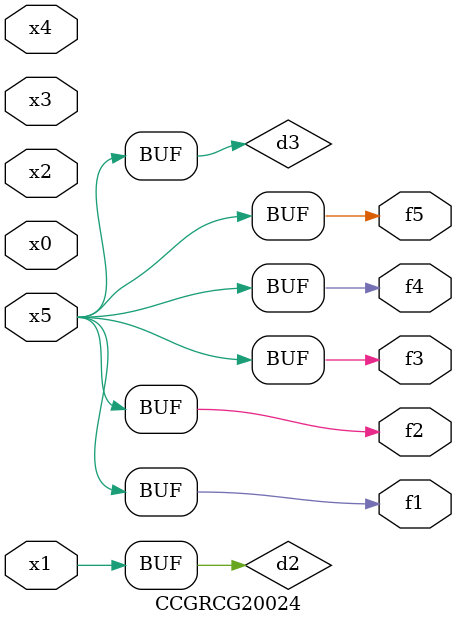
<source format=v>
module CCGRCG20024(
	input x0, x1, x2, x3, x4, x5,
	output f1, f2, f3, f4, f5
);

	wire d1, d2, d3;

	not (d1, x5);
	or (d2, x1);
	xnor (d3, d1);
	assign f1 = d3;
	assign f2 = d3;
	assign f3 = d3;
	assign f4 = d3;
	assign f5 = d3;
endmodule

</source>
